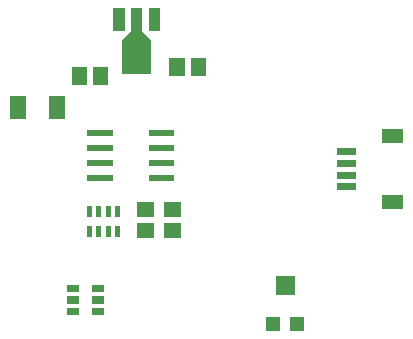
<source format=gbr>
G04 start of page 11 for group -4015 idx -4015 *
G04 Title: (unknown), toppaste *
G04 Creator: pcb 4.0.2 *
G04 CreationDate: Wed Oct 14 23:18:56 2020 UTC *
G04 For: ndholmes *
G04 Format: Gerber/RS-274X *
G04 PCB-Dimensions (mil): 1500.00 1250.00 *
G04 PCB-Coordinate-Origin: lower left *
%MOIN*%
%FSLAX25Y25*%
%LNTOPPASTE*%
%ADD69C,0.0001*%
G54D69*G36*
X54560Y53620D02*X52888D01*
Y50076D01*
X54560D01*
Y53620D01*
G37*
G36*
X51412D02*X49738D01*
Y50076D01*
X51412D01*
Y53620D01*
G37*
G36*
X48262D02*X46588D01*
Y50076D01*
X48262D01*
Y53620D01*
G37*
G36*
X45112D02*X43440D01*
Y50076D01*
X45112D01*
Y53620D01*
G37*
G36*
Y46924D02*X43440D01*
Y43380D01*
X45112D01*
Y46924D01*
G37*
G36*
X48262D02*X46588D01*
Y43380D01*
X48262D01*
Y46924D01*
G37*
G36*
X51412D02*X49738D01*
Y43380D01*
X51412D01*
Y46924D01*
G37*
G36*
X54560D02*X52888D01*
Y43380D01*
X54560D01*
Y46924D01*
G37*
G36*
X43516Y99952D02*X38398D01*
Y94048D01*
X43516D01*
Y99952D01*
G37*
G36*
X50602D02*X45484D01*
Y94048D01*
X50602D01*
Y99952D01*
G37*
G36*
X67796Y119874D02*X64016D01*
Y112000D01*
X67796D01*
Y119874D01*
G37*
G36*
X61890D02*X58110D01*
Y104284D01*
X61890D01*
Y119874D01*
G37*
G36*
X64725Y109165D02*X55275D01*
Y97825D01*
X64725D01*
Y109165D01*
G37*
G36*
X61885Y112005D02*X60465Y110585D01*
X63305Y107745D01*
X64725Y109165D01*
X61885Y112005D01*
G37*
G36*
X59535Y110585D02*X58115Y112005D01*
X55275Y109165D01*
X56695Y107745D01*
X59535Y110585D01*
G37*
G36*
X55984Y119874D02*X52204D01*
Y112000D01*
X55984D01*
Y119874D01*
G37*
G36*
X60048Y48016D02*Y42898D01*
X65952D01*
Y48016D01*
X60048D01*
G37*
G36*
Y55102D02*Y49984D01*
X65952D01*
Y55102D01*
X60048D01*
G37*
G36*
X45000Y19700D02*Y17300D01*
X49000D01*
Y19700D01*
X45000D01*
G37*
G36*
Y23600D02*Y21200D01*
X49000D01*
Y23600D01*
X45000D01*
G37*
G36*
Y27500D02*Y25100D01*
X49000D01*
Y27500D01*
X45000D01*
G37*
G36*
X36800D02*Y25100D01*
X40800D01*
Y27500D01*
X36800D01*
G37*
G36*
Y23600D02*Y21200D01*
X40800D01*
Y23600D01*
X36800D01*
G37*
G36*
Y19700D02*Y17300D01*
X40800D01*
Y19700D01*
X36800D01*
G37*
G36*
X69048Y55102D02*Y49984D01*
X74952D01*
Y55102D01*
X69048D01*
G37*
G36*
Y48016D02*Y42898D01*
X74952D01*
Y48016D01*
X69048D01*
G37*
G36*
X103249Y16800D02*Y12100D01*
X107950D01*
Y16800D01*
X103249D01*
G37*
G36*
X111050D02*Y12100D01*
X115751D01*
Y16800D01*
X111050D01*
G37*
G36*
X106350Y30400D02*Y24100D01*
X112651D01*
Y30400D01*
X106350D01*
G37*
G36*
X126949Y61275D02*Y58913D01*
X133051D01*
Y61275D01*
X126949D01*
G37*
G36*
Y65212D02*Y62850D01*
X133051D01*
Y65212D01*
X126949D01*
G37*
G36*
Y69150D02*Y66788D01*
X133051D01*
Y69150D01*
X126949D01*
G37*
G36*
Y73087D02*Y70725D01*
X133051D01*
Y73087D01*
X126949D01*
G37*
G36*
X141713Y57338D02*Y52614D01*
X148799D01*
Y57338D01*
X141713D01*
G37*
G36*
Y79386D02*Y74662D01*
X148799D01*
Y79386D01*
X141713D01*
G37*
G36*
X83102Y102952D02*X77984D01*
Y97048D01*
X83102D01*
Y102952D01*
G37*
G36*
X76016D02*X70898D01*
Y97048D01*
X76016D01*
Y102952D01*
G37*
G36*
X43500Y79000D02*Y77000D01*
X52000D01*
Y79000D01*
X43500D01*
G37*
G36*
Y74000D02*Y72000D01*
X52000D01*
Y74000D01*
X43500D01*
G37*
G36*
Y69000D02*Y67000D01*
X52000D01*
Y69000D01*
X43500D01*
G37*
G36*
Y64000D02*Y62000D01*
X52000D01*
Y64000D01*
X43500D01*
G37*
G36*
X64000D02*Y62000D01*
X72500D01*
Y64000D01*
X64000D01*
G37*
G36*
Y69000D02*Y67000D01*
X72500D01*
Y69000D01*
X64000D01*
G37*
G36*
Y74000D02*Y72000D01*
X72500D01*
Y74000D01*
X64000D01*
G37*
G36*
Y79000D02*Y77000D01*
X72500D01*
Y79000D01*
X64000D01*
G37*
G36*
X23250Y90250D02*X17750D01*
Y82750D01*
X23250D01*
Y90250D01*
G37*
G36*
X36250D02*X30750D01*
Y82750D01*
X36250D01*
Y90250D01*
G37*
M02*

</source>
